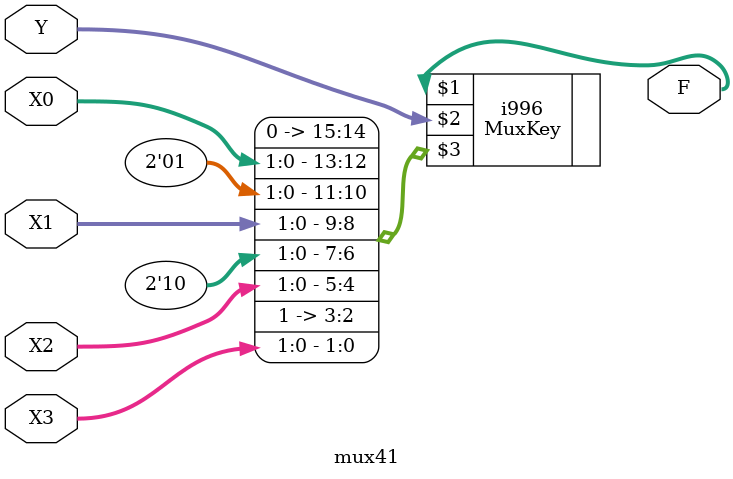
<source format=v>
module mux41(
    input [1:0] X0,
    input [1:0] X1,
    input [1:0] X2,
    input [1:0] X3,

    input [1:0] Y,

    output[1:0] F
);

    MuxKey #(4,2,2) i996 ( F,Y,{
            2'b00,X0,
            2'b01,X1,
            2'b10,X2,
            2'b11,X3
        }
    );

endmodule

</source>
